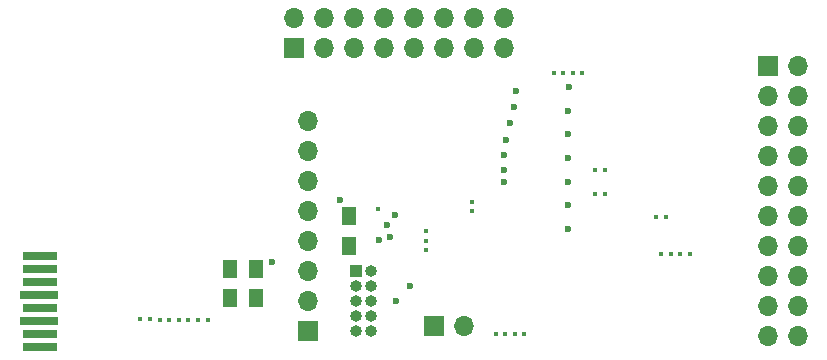
<source format=gbs>
G04 #@! TF.FileFunction,Soldermask,Bot*
%FSLAX46Y46*%
G04 Gerber Fmt 4.6, Leading zero omitted, Abs format (unit mm)*
G04 Created by KiCad (PCBNEW 4.0.5+dfsg1-4) date Sat Sep  9 17:28:41 2017*
%MOMM*%
%LPD*%
G01*
G04 APERTURE LIST*
%ADD10C,0.100000*%
%ADD11C,0.381000*%
%ADD12R,1.700000X1.700000*%
%ADD13O,1.700000X1.700000*%
%ADD14R,1.250000X1.500000*%
%ADD15R,1.000000X1.000000*%
%ADD16O,1.000000X1.000000*%
%ADD17R,2.900000X0.800000*%
%ADD18R,3.200000X0.800000*%
%ADD19C,0.600000*%
G04 APERTURE END LIST*
D10*
D11*
X125404880Y-109758480D03*
X126222760Y-109758480D03*
X127863600Y-109783880D03*
X127045720Y-109783880D03*
X130286760Y-109804200D03*
X131104640Y-109804200D03*
X129463800Y-109778800D03*
X128645920Y-109778800D03*
X145500000Y-100400000D03*
X155500000Y-111000000D03*
X156300000Y-111000000D03*
X157100000Y-111000000D03*
X157900000Y-111000000D03*
X171100000Y-104200000D03*
X171900000Y-104200000D03*
X169500000Y-104200000D03*
X170300000Y-104200000D03*
X160400000Y-88900000D03*
X161200000Y-88900000D03*
X162000000Y-88900000D03*
X162800000Y-88900000D03*
X169100000Y-101100000D03*
X169900000Y-101100000D03*
X163900000Y-99100000D03*
X164700000Y-99100000D03*
X163900000Y-97100000D03*
X164700000Y-97100000D03*
X149600000Y-103900000D03*
X149600000Y-103100000D03*
X149600000Y-102300000D03*
D12*
X138400000Y-86800000D03*
D13*
X138400000Y-84260000D03*
X140940000Y-86800000D03*
X140940000Y-84260000D03*
X143480000Y-86800000D03*
X143480000Y-84260000D03*
X146020000Y-86800000D03*
X146020000Y-84260000D03*
X148560000Y-86800000D03*
X148560000Y-84260000D03*
X151100000Y-86800000D03*
X151100000Y-84260000D03*
X153640000Y-86800000D03*
X153640000Y-84260000D03*
X156180000Y-86800000D03*
X156180000Y-84260000D03*
D14*
X132983720Y-105478320D03*
X132983720Y-107978320D03*
X135219720Y-105450320D03*
X135219720Y-107950320D03*
X143032480Y-101020560D03*
X143032480Y-103520560D03*
D11*
X153500000Y-100600000D03*
X153500000Y-99800000D03*
D15*
X143700000Y-105700000D03*
D16*
X144970000Y-105700000D03*
X143700000Y-106970000D03*
X144970000Y-106970000D03*
X143700000Y-108240000D03*
X144970000Y-108240000D03*
X143700000Y-109510000D03*
X144970000Y-109510000D03*
X143700000Y-110780000D03*
X144970000Y-110780000D03*
D12*
X139600000Y-110700000D03*
D13*
X139600000Y-108160000D03*
X139600000Y-105620000D03*
X139600000Y-103080000D03*
X139600000Y-100540000D03*
X139600000Y-98000000D03*
X139600000Y-95460000D03*
X139600000Y-92920000D03*
D12*
X178500000Y-88300000D03*
D13*
X181040000Y-88300000D03*
X178500000Y-90840000D03*
X181040000Y-90840000D03*
X178500000Y-93380000D03*
X181040000Y-93380000D03*
X178500000Y-95920000D03*
X181040000Y-95920000D03*
X178500000Y-98460000D03*
X181040000Y-98460000D03*
X178500000Y-101000000D03*
X181040000Y-101000000D03*
X178500000Y-103540000D03*
X181040000Y-103540000D03*
X178500000Y-106080000D03*
X181040000Y-106080000D03*
X178500000Y-108620000D03*
X181040000Y-108620000D03*
X178500000Y-111160000D03*
X181040000Y-111160000D03*
D12*
X150300000Y-110300000D03*
D13*
X152840000Y-110300000D03*
D17*
X116936520Y-112069240D03*
X116936520Y-105469240D03*
X116936520Y-104369240D03*
X116936520Y-110969240D03*
X116936520Y-106569240D03*
D18*
X116786520Y-109869240D03*
D17*
X116936520Y-108769240D03*
D18*
X116786520Y-107669240D03*
D19*
X161600000Y-102100000D03*
X161600000Y-100100000D03*
X161600000Y-98100000D03*
X161600000Y-96100000D03*
X161600000Y-94100000D03*
X161600000Y-92100000D03*
X161700000Y-90100000D03*
X136575800Y-104937560D03*
X142265400Y-99664520D03*
X146502120Y-102809040D03*
X145648680Y-103068120D03*
X146304000Y-101727000D03*
X147050760Y-108234480D03*
X146974560Y-100949760D03*
X148254720Y-106969560D03*
X156200000Y-98100000D03*
X156200000Y-97100000D03*
X156200000Y-95800000D03*
X156400000Y-94600000D03*
X156700000Y-93100000D03*
X157000000Y-91800000D03*
X157200000Y-90400000D03*
M02*

</source>
